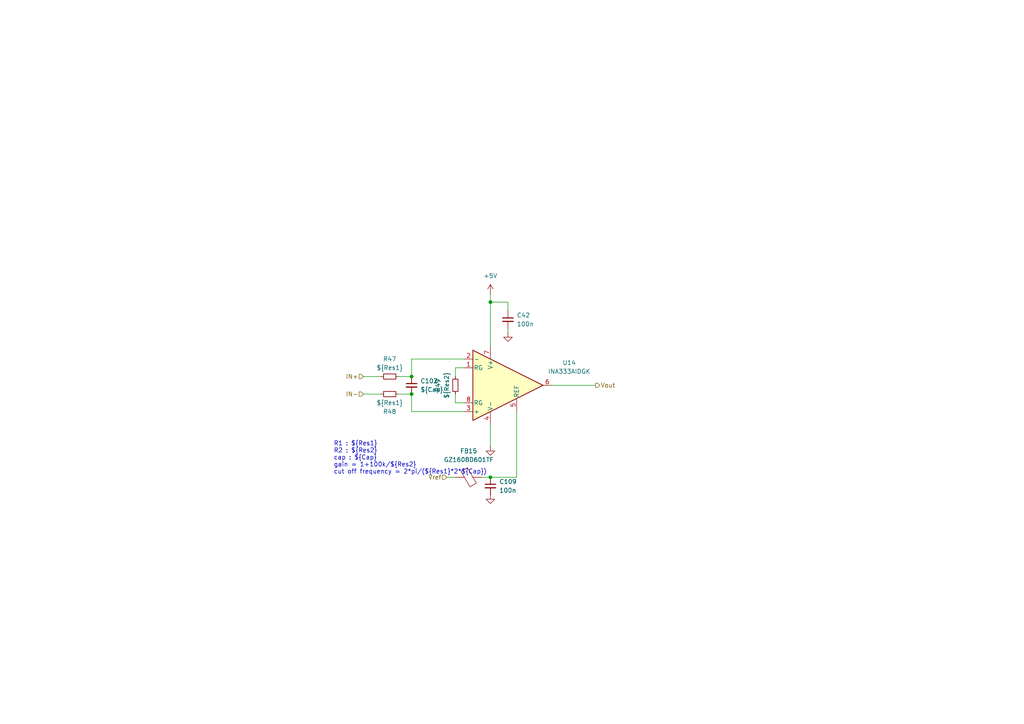
<source format=kicad_sch>
(kicad_sch (version 20231120) (generator "eeschema") (generator_version "8.0")
  (paper "A4")
  (title_block (title "INV_MainBoard_STM32") (date "2025-02-28") (rev "2.1") (company "NTURacing Team") (comment 1 "郭哲明 Jack Kuo") (comment 2 "Powertrain Group"))
  (lib_symbols
    (symbol "Device:C_Small" (pin_numbers hide) (pin_names (offset 0.254) hide)
      (property "Reference" "C" (at 0.254 1.778 0))
      (property "Value" "C_Small" (at 0.254 -2.032 0))
      (symbol "C_Small_0_1"
        (polyline (pts (xy -1.524 -0.508) (xy 1.524 -0.508)) (stroke (width 0.3302)))
        (polyline (pts (xy -1.524 0.508) (xy 1.524 0.508)) (stroke (width 0.3048)))
      )
      (symbol "C_Small_1_1"
        (pin passive line (at 0 2.54 270) (length 2.032) (name "~") (number "1"))
        (pin passive line (at 0 -2.54 90) (length 2.032) (name "~") (number "2"))
      )
    )
    (symbol "Device:FerriteBead" (pin_numbers hide) (pin_names (offset 0))
      (property "Reference" "FB" (at -3.81 0.635 90))
      (property "Value" "FerriteBead" (at 3.81 0 90))
      (symbol "FerriteBead_0_1"
        (polyline (pts (xy 0 -1.27) (xy 0 -1.2192)))
        (polyline (pts (xy 0 1.27) (xy 0 1.2954)))
        (polyline (pts (xy -2.7686 0.4064) (xy -1.7018 2.2606) (xy 2.7686 -0.3048) (xy 1.6764 -2.159) (xy -2.7686 0.4064)))
      )
      (symbol "FerriteBead_1_1"
        (pin passive line (at 0 3.81 270) (length 2.54) (name "~") (number "1"))
        (pin passive line (at 0 -3.81 90) (length 2.54) (name "~") (number "2"))
      )
    )
    (symbol "Device:R_Small" (pin_numbers hide) (pin_names (offset 0.254) hide)
      (property "Reference" "R" (at 0.762 0.508 0))
      (property "Value" "R_Small" (at 0.762 -1.016 0))
      (symbol "R_Small_0_1"
        (rectangle (start -0.762 1.778) (end 0.762 -1.778) (stroke (width 0.2032)))
      )
      (symbol "R_Small_1_1"
        (pin passive line (at 0 2.54 270) (length 0.762) (name "~") (number "1"))
        (pin passive line (at 0 -2.54 90) (length 0.762) (name "~") (number "2"))
      )
    )
    (symbol "PCM_Amplifier_Instrumentation_AKL:INA333AIDGK" (pin_names (offset 0.2))
      (property "Reference" "U" (at 6.35 7.62 0))
      (property "Value" "INA333AIDGK" (at 6.35 5.08 0))
      (symbol "INA333AIDGK_0_1"
        (polyline (pts (xy -8.89 10.16) (xy -8.89 -10.16) (xy 11.43 0) (xy -8.89 10.16)) (stroke (width 0.254)) (fill (type background)))
      )
      (symbol "INA333AIDGK_1_1"
        (pin passive line (at -11.43 5.08 0) (length 2.54) (name "RG") (number "1"))
        (pin input line (at -11.43 7.62 0) (length 2.54) (name "-") (number "2"))
        (pin input line (at -11.43 -7.62 0) (length 2.54) (name "+") (number "3"))
        (pin power_in line (at -3.81 -11.43 90) (length 3.81) (name "V-") (number "4"))
        (pin input line (at 3.81 -7.62 90) (length 3.81) (name "REF") (number "5"))
        (pin output line (at 13.97 0 180) (length 2.54) (name "~") (number "6"))
        (pin power_in line (at -3.81 11.43 270) (length 3.81) (name "V+") (number "7"))
        (pin passive line (at -11.43 -5.08 0) (length 2.54) (name "RG") (number "8"))
      )
    )
    (symbol "power:+5V" (power) (pin_numbers hide) (pin_names (offset 0) hide)
      (property "Value" "+5V" (at 0 3.556 0))
      (symbol "+5V_0_1"
        (polyline (pts (xy -0.762 1.27) (xy 0 2.54)))
        (polyline (pts (xy 0 0) (xy 0 2.54)))
        (polyline (pts (xy 0 2.54) (xy 0.762 1.27)))
      )
      (symbol "+5V_1_1"
        (pin power_in line (at 0 0 90) (length 0) (name "~") (number "1"))
      )
    )
    (symbol "power:GND" (power) (pin_numbers hide) (pin_names (offset 0) hide)
      (property "Value" "GND" (at 0 -3.81 0))
      (symbol "GND_0_1"
        (polyline (pts (xy 0 0) (xy 0 -1.27) (xy 1.27 -1.27) (xy 0 -2.54) (xy -1.27 -1.27) (xy 0 -1.27)))
      )
      (symbol "GND_1_1"
        (pin power_in line (at 0 0 270) (length 0) (name "~") (number "1"))
      )
    )
  )
  (junction (at 142.24 87.63))
  (junction (at 119.38 109.22))
  (junction (at 142.24 138.43))
  (junction (at 119.38 114.3))
  (wire (pts (xy 132.08 109.22) (xy 132.08 106.68)))
  (wire (pts (xy 149.86 138.43) (xy 149.86 119.38)))
  (wire (pts (xy 119.38 104.14) (xy 119.38 109.22)))
  (wire (pts (xy 160.02 111.76) (xy 172.72 111.76)))
  (wire (pts (xy 129.54 138.43) (xy 132.08 138.43)))
  (wire (pts (xy 142.24 138.43) (xy 149.86 138.43)))
  (wire (pts (xy 134.62 104.14) (xy 119.38 104.14)))
  (wire (pts (xy 142.24 85.09) (xy 142.24 87.63)))
  (wire (pts (xy 115.57 114.3) (xy 119.38 114.3)))
  (wire (pts (xy 119.38 119.38) (xy 119.38 114.3)))
  (wire (pts (xy 139.7 138.43) (xy 142.24 138.43)))
  (wire (pts (xy 105.41 114.3) (xy 110.49 114.3)))
  (wire (pts (xy 105.41 109.22) (xy 110.49 109.22)))
  (wire (pts (xy 132.08 116.84) (xy 134.62 116.84)))
  (wire (pts (xy 147.32 90.17) (xy 147.32 87.63)))
  (wire (pts (xy 134.62 119.38) (xy 119.38 119.38)))
  (wire (pts (xy 132.08 106.68) (xy 134.62 106.68)))
  (wire (pts (xy 147.32 96.52) (xy 147.32 95.25)))
  (wire (pts (xy 142.24 129.54) (xy 142.24 123.19)))
  (wire (pts (xy 142.24 87.63) (xy 142.24 100.33)))
  (wire (pts (xy 115.57 109.22) (xy 119.38 109.22)))
  (wire (pts (xy 147.32 87.63) (xy 142.24 87.63)))
  (wire (pts (xy 132.08 114.3) (xy 132.08 116.84)))
  (text "R1 : ${Res1} \nR2 : ${Res2}\ncap : ${Cap}\ngain = 1+100k/${Res2}\ncut off frequency = 2*pi/(${Res1}*2*${Cap})" (at 96.774 128.016 0) (effects (font (size 1.27 1.27)) (justify left top)))
  (hierarchical_label "Vout" (shape output) (at 172.72 111.76 0))
  (hierarchical_label "Vref" (shape input) (at 129.54 138.43 180))
  (hierarchical_label "IN+" (shape input) (at 105.41 109.22 180))
  (hierarchical_label "IN-" (shape input) (at 105.41 114.3 180))
  (symbol (lib_id "Device:C_Small") (at 142.24 140.97 0) (unit 1)
    (property "Reference" "C109" (at 144.78 139.7063 0) (effects (justify left)))
    (property "Value" "100n" (at 144.78 142.2463 0) (effects (justify left)))
    (property "Footprint" "Capacitor_SMD:C_0402_1005Metric" (effects (hide yes)))
    (property "Description" "Unpolarized capacitor, small symbol" (effects (hide yes)))
    (instances (project "INV_MainBoard_TI" (path "" (reference "C109") (unit 1)) (path "" (reference "C106") (unit 1)) (path "" (reference "C108") (unit 1)) (path "" (reference "C105") (unit 1)) (path "" (reference "C107") (unit 1))))
  )
  (symbol (lib_id "Device:FerriteBead") (at 135.89 138.43 270) (mirror x) (unit 1)
    (property "Reference" "FB15" (at 135.9408 130.81 90))
    (property "Value" "GZ1608D601TF" (at 135.9408 133.35 90))
    (property "Footprint" "Capacitor_SMD:C_0603_1608Metric" (effects (hide yes)))
    (property "Description" "Ferrite bead" (effects (hide yes)))
    (instances (project "INV_MainBoard_TI" (path "" (reference "FB15") (unit 1)) (path "" (reference "FB6") (unit 1)) (path "" (reference "FB13") (unit 1)) (path "" (reference "FB5") (unit 1)) (path "" (reference "FB10") (unit 1))))
  )
  (symbol (lib_id "power:GND") (at 142.24 143.51 0) (unit 1)
    (property "Reference" "#PWR0122" (effects (hide yes)))
    (property "Value" "GND" (effects (hide yes)))
    (property "Description" "Power symbol creates a global label with name \"GND\" , ground" (effects (hide yes)))
    (instances (project "INV_MainBoard_TI" (path "" (reference "#PWR0122") (unit 1)) (path "" (reference "#PWR044") (unit 1)) (path "" (reference "#PWR092") (unit 1)) (path "" (reference "#PWR012") (unit 1)) (path "" (reference "#PWR080") (unit 1))))
  )
  (symbol (lib_id "power:+5V") (at 142.24 85.09 0) (unit 1)
    (property "Reference" "#PWR0116" (effects (hide yes)))
    (property "Value" "+5V" (at 142.24 80.01 0))
    (property "Description" "Power symbol creates a global label with name \"+5V\"" (effects (hide yes)))
    (instances (project "INV_MainBoard_TI" (path "" (reference "#PWR0116") (unit 1)) (path "" (reference "#PWR0142") (unit 1)) (path "" (reference "#PWR0112") (unit 1)) (path "" (reference "#PWR0102") (unit 1)) (path "" (reference "#PWR0105") (unit 1))))
  )
  (symbol (lib_id "Device:R_Small") (at 132.08 111.76 0) (mirror x) (unit 1)
    (property "Reference" "R49" (at 127 111.76 90))
    (property "Value" "${Res2}" (at 129.54 111.76 90))
    (property "Footprint" "Resistor_SMD:R_0402_1005Metric" (effects (hide yes)))
    (property "Description" "Resistor, small symbol" (effects (hide yes)))
    (instances (project "INV_MainBoard_TI" (path "" (reference "R49") (unit 1)) (path "" (reference "R37") (unit 1)) (path "" (reference "R45") (unit 1)) (path "" (reference "R65") (unit 1)) (path "" (reference "R41") (unit 1))))
  )
  (symbol (lib_id "Device:C_Small") (at 119.38 111.76 0) (unit 1)
    (property "Reference" "C102" (at 121.92 110.4963 0) (effects (justify left)))
    (property "Value" "${Cap}" (at 121.92 113.0363 0) (effects (justify left)))
    (property "Footprint" "Capacitor_SMD:C_0402_1005Metric" (effects (hide yes)))
    (property "Description" "Unpolarized capacitor, small symbol" (effects (hide yes)))
    (instances (project "INV_MainBoard_TI" (path "" (reference "C102") (unit 1)) (path "" (reference "C99") (unit 1)) (path "" (reference "C101") (unit 1)) (path "" (reference "C96") (unit 1)) (path "" (reference "C100") (unit 1))))
  )
  (symbol (lib_id "power:GND") (at 147.32 96.52 0) (unit 1)
    (property "Reference" "#PWR0114" (effects (hide yes)))
    (property "Value" "GND" (effects (hide yes)))
    (property "Description" "Power symbol creates a global label with name \"GND\" , ground" (effects (hide yes)))
    (instances (project "INV_MainBoard_TI" (path "" (reference "#PWR0114") (unit 1)) (path "" (reference "#PWR0135") (unit 1)) (path "" (reference "#PWR0110") (unit 1)) (path "" (reference "#PWR0101") (unit 1)) (path "" (reference "#PWR0104") (unit 1))))
  )
  (symbol (lib_id "Device:R_Small") (at 113.03 109.22 90) (mirror x) (unit 1)
    (property "Reference" "R47" (at 113.03 104.14 90))
    (property "Value" "${Res1}" (at 113.03 106.68 90))
    (property "Footprint" "Resistor_SMD:R_0402_1005Metric" (effects (hide yes)))
    (property "Description" "Resistor, small symbol" (effects (hide yes)))
    (instances (project "INV_MainBoard_TI" (path "" (reference "R47") (unit 1)) (path "" (reference "R35") (unit 1)) (path "" (reference "R43") (unit 1)) (path "" (reference "R63") (unit 1)) (path "" (reference "R39") (unit 1))))
  )
  (symbol (lib_id "Device:R_Small") (at 113.03 114.3 90) (unit 1)
    (property "Reference" "R48" (at 113.03 119.38 90))
    (property "Value" "${Res1}" (at 113.03 116.84 90))
    (property "Footprint" "Resistor_SMD:R_0402_1005Metric" (effects (hide yes)))
    (property "Description" "Resistor, small symbol" (effects (hide yes)))
    (instances (project "INV_MainBoard_TI" (path "" (reference "R48") (unit 1)) (path "" (reference "R36") (unit 1)) (path "" (reference "R44") (unit 1)) (path "" (reference "R64") (unit 1)) (path "" (reference "R40") (unit 1))))
  )
  (symbol (lib_id "power:GND") (at 142.24 129.54 0) (unit 1)
    (property "Reference" "#PWR0117" (effects (hide yes)))
    (property "Value" "GND" (effects (hide yes)))
    (property "Description" "Power symbol creates a global label with name \"GND\" , ground" (effects (hide yes)))
    (instances (project "INV_MainBoard_TI" (path "" (reference "#PWR0117") (unit 1)) (path "" (reference "#PWR0144") (unit 1)) (path "" (reference "#PWR0113") (unit 1)) (path "" (reference "#PWR0103") (unit 1)) (path "" (reference "#PWR0108") (unit 1))))
  )
  (symbol (lib_id "Device:C_Small") (at 147.32 92.71 0) (unit 1)
    (property "Reference" "C42" (at 149.86 91.4463 0) (effects (justify left)))
    (property "Value" "100n" (at 149.86 93.9863 0) (effects (justify left)))
    (property "Footprint" "Capacitor_SMD:C_0402_1005Metric" (effects (hide yes)))
    (property "Description" "Unpolarized capacitor, small symbol" (effects (hide yes)))
    (instances (project "INV_MainBoard_TI" (path "" (reference "C42") (unit 1)) (path "" (reference "C21") (unit 1)) (path "" (reference "C41") (unit 1)) (path "" (reference "C43") (unit 1)) (path "" (reference "C40") (unit 1))))
  )
  (symbol (lib_id "PCM_Amplifier_Instrumentation_AKL:INA333AIDGK") (at 146.05 111.76 0) (unit 1)
    (property "Reference" "U14" (at 165.1 105.2027 0))
    (property "Value" "INA333AIDGK" (at 165.1 107.7427 0))
    (property "Footprint" "PCM_Package_SO_AKL:MSOP-8_3x3mm_P0.65mm" (effects (hide yes)))
    (property "Datasheet" "https://www.ti.com/lit/ds/symlink/ina333.pdf?ts=1636192898771&ref_url=https%253A%252F%252Fwww.google.com%252F" (effects (hide yes)))
    (property "Description" "MSOP-8 Auto Zero Rail-to-Rail Instrumentation Amplifier, 25μV Offset, 100nV/°C drift, 1 to 1000 Gain, Alternate KiCAD Library" (effects (hide yes)))
    (instances (project "INV_MainBoard_TI" (path "" (reference "U14") (unit 1)) (path "" (reference "U7") (unit 1)) (path "" (reference "U9") (unit 1)) (path "" (reference "U3") (unit 1)) (path "" (reference "U8") (unit 1))))
  )
)
</source>
